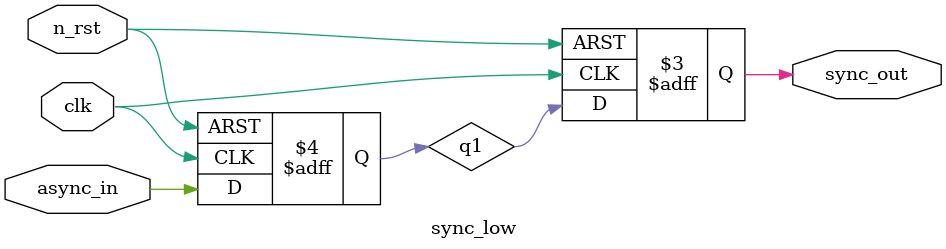
<source format=sv>

module sync_low
(
  input wire clk,
  input wire n_rst,
  input wire async_in,
  output reg sync_out
);

reg q1;


always_ff @ (posedge clk, negedge n_rst)
begin : sync
	if(1'b0 == n_rst) 
	begin
    		q1 <= 0;
		sync_out <= 0;
  	end 
	else 
	begin
    		q1 <= async_in;
    		sync_out <= q1;
  	end
end


endmodule

</source>
